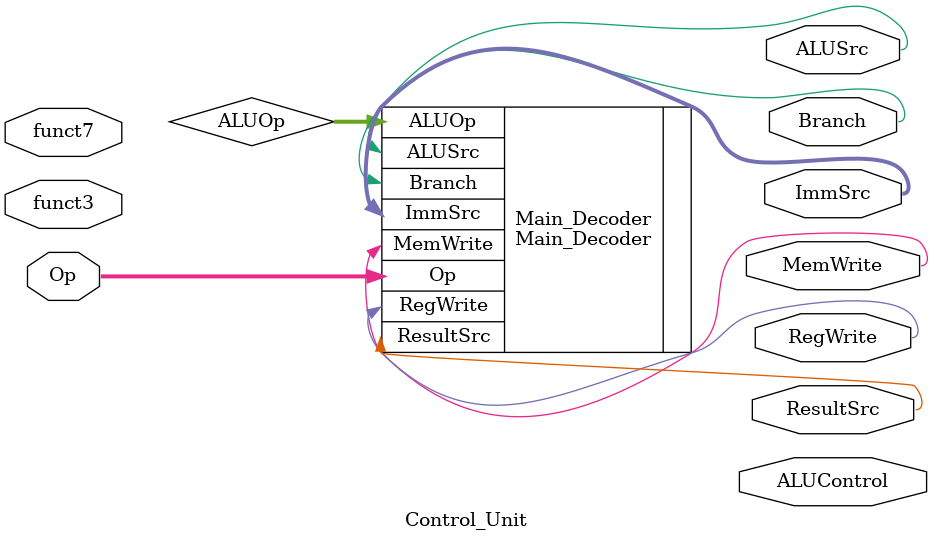
<source format=v>
`include "ALU_Decoder.v"
`include "Main_Decoder.v"

module Control_Unit(Op, RegWrite, ImmSrc, ALUSrc, MemWrite, ResultSrc, Branch, funct3, funct7, ALUControl);

    input[6:0]Op,funct7;
    input[2:0]funct3;
    output RegWrite,ALUSrc,MemWrite,ResultSrc,Branch;
    output[1:0]ImmSrc;
    output[2:0]ALUControl;

    wire[1:0]ALUOp;

    Main_Decoder Main_Decoder(
            .Op(Op),
            .RegWrite(RegWrite),
            .ImmSrc(ImmSrc),
            .MemWrite(MemWrite),
            .ResultSrc(ResultSrc),
            .Branch(Branch),
            .ALUSrc(ALUSrc),
            .ALUOp(ALUOp)
    );
    
    ALU_Decoder ALU_Decoder(

    );


endmodule
</source>
